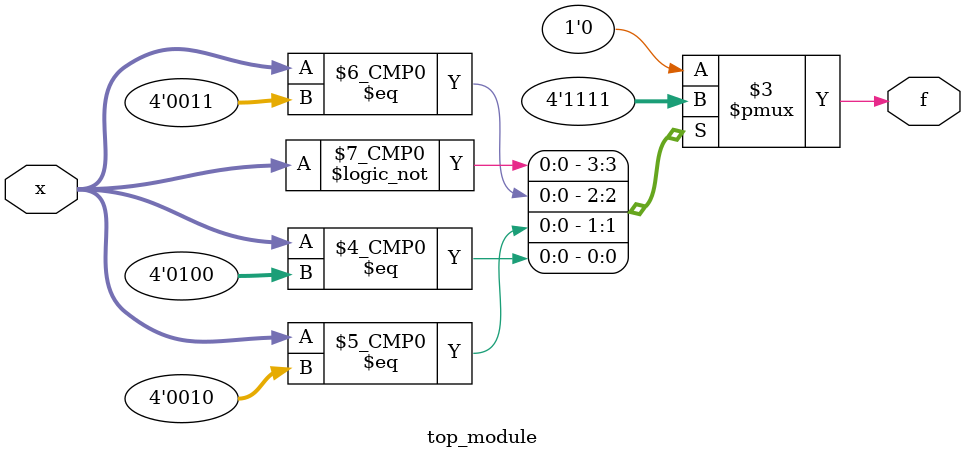
<source format=sv>
module top_module (
	input [4:1] x,
	output logic f
);
	
	always_comb begin
		case (x)
			4'b0000: f = 1'b1;
			4'b0001: f = 1'b0;
			4'b0011: f = 1'b1;
			4'b0010: f = 1'b1;
			4'b0110: f = 1'b0;
			4'b0100: f = 1'b1;
			default: f = 1'b0;
		endcase
	end
	
endmodule

</source>
